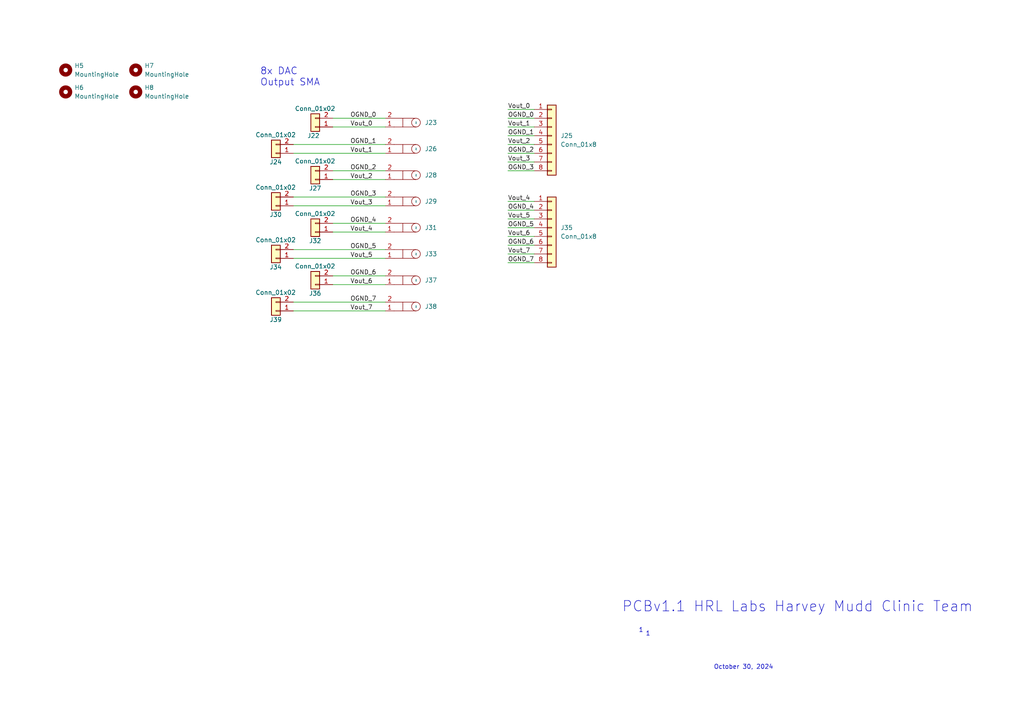
<source format=kicad_sch>
(kicad_sch (version 20231120) (generator "eeschema") (generator_version "8.0")
  (paper "A4")
  (lib_symbols
    (symbol "Connector_Generic:Conn_01x02" (pin_names (offset 1.016) hide)
      (property "Reference" "J" (at 0 2.54 0))
      (property "Value" "Conn_01x02" (at 0 -5.08 0))
      (symbol "Conn_01x02_1_1"
        (rectangle (start -1.27 -2.413) (end 0 -2.667) (stroke (width 0.1524)))
        (rectangle (start -1.27 0.127) (end 0 -0.127) (stroke (width 0.1524)))
        (rectangle (start -1.27 1.27) (end 1.27 -3.81) (stroke (width 0.254)) (fill (type background)))
        (pin passive line (at -5.08 0 0) (length 3.81) (name "Pin_1") (number "1"))
        (pin passive line (at -5.08 -2.54 0) (length 3.81) (name "Pin_2") (number "2"))
      )
    )
    (symbol "Connector_Generic:Conn_01x08" (pin_names (offset 1.016) hide)
      (property "Reference" "J" (at 0 10.16 0))
      (property "Value" "Conn_01x08" (at 0 -12.7 0))
      (symbol "Conn_01x08_1_1"
        (rectangle (start -1.27 -10.033) (end 0 -10.287) (stroke (width 0.1524)))
        (rectangle (start -1.27 -7.493) (end 0 -7.747) (stroke (width 0.1524)))
        (rectangle (start -1.27 -4.953) (end 0 -5.207) (stroke (width 0.1524)))
        (rectangle (start -1.27 -2.413) (end 0 -2.667) (stroke (width 0.1524)))
        (rectangle (start -1.27 0.127) (end 0 -0.127) (stroke (width 0.1524)))
        (rectangle (start -1.27 2.667) (end 0 2.413) (stroke (width 0.1524)))
        (rectangle (start -1.27 5.207) (end 0 4.953) (stroke (width 0.1524)))
        (rectangle (start -1.27 7.747) (end 0 7.493) (stroke (width 0.1524)))
        (rectangle (start -1.27 8.89) (end 1.27 -11.43) (stroke (width 0.254)) (fill (type background)))
        (pin passive line (at -5.08 7.62 0) (length 3.81) (name "Pin_1") (number "1"))
        (pin passive line (at -5.08 5.08 0) (length 3.81) (name "Pin_2") (number "2"))
        (pin passive line (at -5.08 2.54 0) (length 3.81) (name "Pin_3") (number "3"))
        (pin passive line (at -5.08 0 0) (length 3.81) (name "Pin_4") (number "4"))
        (pin passive line (at -5.08 -2.54 0) (length 3.81) (name "Pin_5") (number "5"))
        (pin passive line (at -5.08 -5.08 0) (length 3.81) (name "Pin_6") (number "6"))
        (pin passive line (at -5.08 -7.62 0) (length 3.81) (name "Pin_7") (number "7"))
        (pin passive line (at -5.08 -10.16 0) (length 3.81) (name "Pin_8") (number "8"))
      )
    )
    (symbol "HRL_Custom:SMA_Connector"
      (property "Reference" "J" (at 0 2.54 0))
      (symbol "SMA_Connector_0_1"
        (polyline (pts (xy -1.27 -3.81) (xy -1.27 -6.35) (xy -1.27 -3.81)))
        (polyline (pts (xy 1.27 -6.35) (xy 1.27 -3.81) (xy 1.27 -6.35)))
        (polyline (pts (xy 1.27 0) (xy 1.27 -3.81) (xy -1.27 -3.81) (xy -1.27 0)))
        (circle (center 0 0) (radius 1.27))
      )
      (symbol "SMA_Connector_1_1"
        (pin input line (at 1.27 -8.89 90) (length 2.54) (name "") (number "1"))
        (pin input line (at -1.27 -8.89 90) (length 2.54) (name "") (number "2"))
      )
    )
    (symbol "Mechanical:MountingHole" (pin_names (offset 1.016))
      (property "Reference" "H" (at 0 5.08 0))
      (property "Value" "MountingHole" (at 0 3.175 0))
      (symbol "MountingHole_0_1"
        (circle (center 0 0) (radius 1.27) (stroke (width 1.27)))
      )
    )
    (symbol "SMA_Connector_1"
      (property "Reference" "J" (at 0 2.54 0))
      (symbol "SMA_Connector_1_0_1"
        (polyline (pts (xy -1.27 -3.81) (xy -1.27 -6.35) (xy -1.27 -3.81)))
        (polyline (pts (xy 1.27 -6.35) (xy 1.27 -3.81) (xy 1.27 -6.35)))
        (polyline (pts (xy 1.27 0) (xy 1.27 -3.81) (xy -1.27 -3.81) (xy -1.27 0)))
        (circle (center 0 0) (radius 1.27))
      )
      (symbol "SMA_Connector_1_1_1"
        (pin input line (at 1.27 -8.89 90) (length 2.54) (name "") (number "1"))
        (pin input line (at -1.27 -8.89 90) (length 2.54) (name "") (number "2"))
      )
    )
    (symbol "SMA_Connector_2"
      (property "Reference" "J" (at 0 2.54 0))
      (symbol "SMA_Connector_2_0_1"
        (polyline (pts (xy -1.27 -3.81) (xy -1.27 -6.35) (xy -1.27 -3.81)))
        (polyline (pts (xy 1.27 -6.35) (xy 1.27 -3.81) (xy 1.27 -6.35)))
        (polyline (pts (xy 1.27 0) (xy 1.27 -3.81) (xy -1.27 -3.81) (xy -1.27 0)))
        (circle (center 0 0) (radius 1.27))
      )
      (symbol "SMA_Connector_2_1_1"
        (pin input line (at 1.27 -8.89 90) (length 2.54) (name "") (number "1"))
        (pin input line (at -1.27 -8.89 90) (length 2.54) (name "") (number "2"))
      )
    )
    (symbol "SMA_Connector_3"
      (property "Reference" "J" (at 0 2.54 0))
      (symbol "SMA_Connector_3_0_1"
        (polyline (pts (xy -1.27 -3.81) (xy -1.27 -6.35) (xy -1.27 -3.81)))
        (polyline (pts (xy 1.27 -6.35) (xy 1.27 -3.81) (xy 1.27 -6.35)))
        (polyline (pts (xy 1.27 0) (xy 1.27 -3.81) (xy -1.27 -3.81) (xy -1.27 0)))
        (circle (center 0 0) (radius 1.27))
      )
      (symbol "SMA_Connector_3_1_1"
        (pin input line (at 1.27 -8.89 90) (length 2.54) (name "") (number "1"))
        (pin input line (at -1.27 -8.89 90) (length 2.54) (name "") (number "2"))
      )
    )
    (symbol "SMA_Connector_4"
      (property "Reference" "J" (at 0 2.54 0))
      (symbol "SMA_Connector_4_0_1"
        (polyline (pts (xy -1.27 -3.81) (xy -1.27 -6.35) (xy -1.27 -3.81)))
        (polyline (pts (xy 1.27 -6.35) (xy 1.27 -3.81) (xy 1.27 -6.35)))
        (polyline (pts (xy 1.27 0) (xy 1.27 -3.81) (xy -1.27 -3.81) (xy -1.27 0)))
        (circle (center 0 0) (radius 1.27))
      )
      (symbol "SMA_Connector_4_1_1"
        (pin input line (at 1.27 -8.89 90) (length 2.54) (name "") (number "1"))
        (pin input line (at -1.27 -8.89 90) (length 2.54) (name "") (number "2"))
      )
    )
    (symbol "SMA_Connector_5"
      (property "Reference" "J" (at 0 2.54 0))
      (symbol "SMA_Connector_5_0_1"
        (polyline (pts (xy -1.27 -3.81) (xy -1.27 -6.35) (xy -1.27 -3.81)))
        (polyline (pts (xy 1.27 -6.35) (xy 1.27 -3.81) (xy 1.27 -6.35)))
        (polyline (pts (xy 1.27 0) (xy 1.27 -3.81) (xy -1.27 -3.81) (xy -1.27 0)))
        (circle (center 0 0) (radius 1.27))
      )
      (symbol "SMA_Connector_5_1_1"
        (pin input line (at 1.27 -8.89 90) (length 2.54) (name "") (number "1"))
        (pin input line (at -1.27 -8.89 90) (length 2.54) (name "") (number "2"))
      )
    )
    (symbol "SMA_Connector_6"
      (property "Reference" "J" (at 0 2.54 0))
      (symbol "SMA_Connector_6_0_1"
        (polyline (pts (xy -1.27 -3.81) (xy -1.27 -6.35) (xy -1.27 -3.81)))
        (polyline (pts (xy 1.27 -6.35) (xy 1.27 -3.81) (xy 1.27 -6.35)))
        (polyline (pts (xy 1.27 0) (xy 1.27 -3.81) (xy -1.27 -3.81) (xy -1.27 0)))
        (circle (center 0 0) (radius 1.27))
      )
      (symbol "SMA_Connector_6_1_1"
        (pin input line (at 1.27 -8.89 90) (length 2.54) (name "") (number "1"))
        (pin input line (at -1.27 -8.89 90) (length 2.54) (name "") (number "2"))
      )
    )
    (symbol "SMA_Connector_7"
      (property "Reference" "J" (at 0 2.54 0))
      (symbol "SMA_Connector_7_0_1"
        (polyline (pts (xy -1.27 -3.81) (xy -1.27 -6.35) (xy -1.27 -3.81)))
        (polyline (pts (xy 1.27 -6.35) (xy 1.27 -3.81) (xy 1.27 -6.35)))
        (polyline (pts (xy 1.27 0) (xy 1.27 -3.81) (xy -1.27 -3.81) (xy -1.27 0)))
        (circle (center 0 0) (radius 1.27))
      )
      (symbol "SMA_Connector_7_1_1"
        (pin input line (at 1.27 -8.89 90) (length 2.54) (name "") (number "1"))
        (pin input line (at -1.27 -8.89 90) (length 2.54) (name "") (number "2"))
      )
    )
  )
  (wire (pts (xy 147.32 46.99) (xy 154.94 46.99)))
  (wire (pts (xy 96.52 52.07) (xy 111.76 52.07)))
  (wire (pts (xy 96.52 36.83) (xy 111.76 36.83)))
  (wire (pts (xy 85.09 72.39) (xy 111.76 72.39)))
  (wire (pts (xy 85.09 59.69) (xy 111.76 59.69)))
  (wire (pts (xy 85.09 41.91) (xy 111.76 41.91)))
  (wire (pts (xy 147.32 36.83) (xy 154.94 36.83)))
  (wire (pts (xy 96.52 64.77) (xy 111.76 64.77)))
  (wire (pts (xy 147.32 68.58) (xy 154.94 68.58)))
  (wire (pts (xy 147.32 34.29) (xy 154.94 34.29)))
  (wire (pts (xy 85.09 44.45) (xy 111.76 44.45)))
  (wire (pts (xy 147.32 31.75) (xy 154.94 31.75)))
  (wire (pts (xy 147.32 44.45) (xy 154.94 44.45)))
  (wire (pts (xy 96.52 67.31) (xy 111.76 67.31)))
  (wire (pts (xy 147.32 49.53) (xy 154.94 49.53)))
  (wire (pts (xy 96.52 80.01) (xy 111.76 80.01)))
  (wire (pts (xy 147.32 76.2) (xy 154.94 76.2)))
  (wire (pts (xy 85.09 74.93) (xy 111.76 74.93)))
  (wire (pts (xy 147.32 60.96) (xy 154.94 60.96)))
  (wire (pts (xy 96.52 49.53) (xy 111.76 49.53)))
  (wire (pts (xy 147.32 39.37) (xy 154.94 39.37)))
  (wire (pts (xy 147.32 73.66) (xy 154.94 73.66)))
  (wire (pts (xy 147.32 41.91) (xy 154.94 41.91)))
  (wire (pts (xy 147.32 71.12) (xy 154.94 71.12)))
  (wire (pts (xy 85.09 87.63) (xy 111.76 87.63)))
  (wire (pts (xy 96.52 34.29) (xy 111.76 34.29)))
  (wire (pts (xy 85.09 90.17) (xy 111.76 90.17)))
  (wire (pts (xy 96.52 82.55) (xy 111.76 82.55)))
  (wire (pts (xy 147.32 66.04) (xy 154.94 66.04)))
  (wire (pts (xy 147.32 63.5) (xy 154.94 63.5)))
  (wire (pts (xy 147.32 58.42) (xy 154.94 58.42)))
  (wire (pts (xy 85.09 57.15) (xy 111.76 57.15)))
  (text "PCBv1.1 HRL Labs Harvey Mudd Clinic Team" (at 180.34 177.8 0) (effects (font (size 3 3)) (justify left bottom)))
  (text "8x DAC\nOutput SMA" (at 75.438 25.146 0) (effects (font (size 2 2)) (justify left bottom)))
  (text "1" (at 185.928 182.88 0) (effects (font (size 1.27 1.27))))
  (text "1" (at 187.96 183.896 0) (effects (font (size 1.27 1.27))))
  (text "October 30, 2024" (at 207.01 194.31 0) (effects (font (size 1.27 1.27)) (justify left bottom)))
  (label "OGND_7" (at 101.6 87.63 0))
  (label "Vout_7" (at 101.6 90.17 0))
  (label "OGND_0" (at 101.6 34.29 0))
  (label "Vout_5" (at 147.32 63.5 0))
  (label "OGND_1" (at 147.32 39.37 0))
  (label "Vout_2" (at 147.32 41.91 0))
  (label "Vout_1" (at 101.6 44.45 0))
  (label "OGND_4" (at 101.6 64.77 0))
  (label "Vout_0" (at 147.32 31.75 0))
  (label "OGND_0" (at 147.32 34.29 0))
  (label "Vout_3" (at 101.6 59.69 0))
  (label "Vout_3" (at 147.32 46.99 0))
  (label "OGND_7" (at 147.32 76.2 0))
  (label "Vout_4" (at 101.6 67.31 0))
  (label "OGND_6" (at 101.6 80.01 0))
  (label "OGND_5" (at 147.32 66.04 0))
  (label "Vout_2" (at 101.6 52.07 0))
  (label "OGND_3" (at 101.6 57.15 0))
  (label "Vout_6" (at 147.32 68.58 0))
  (label "Vout_1" (at 147.32 36.83 0))
  (label "Vout_7" (at 147.32 73.66 0))
  (label "Vout_0" (at 101.6 36.83 0))
  (label "OGND_5" (at 101.6 72.39 0))
  (label "Vout_6" (at 101.6 82.55 0))
  (label "OGND_3" (at 147.32 49.53 0))
  (label "OGND_2" (at 147.32 44.45 0))
  (label "OGND_4" (at 147.32 60.96 0))
  (label "Vout_4" (at 147.32 58.42 0))
  (label "OGND_6" (at 147.32 71.12 0))
  (label "Vout_5" (at 101.6 74.93 0))
  (label "OGND_2" (at 101.6 49.53 0))
  (label "OGND_1" (at 101.6 41.91 0))
  (symbol (lib_name "SMA_Connector_3") (lib_id "HRL_Custom:SMA_Connector") (at 120.65 50.8 270) (unit 1)
    (property "Reference" "J28" (at 123.19 50.8 90) (effects (justify left)))
    (property "Value" "~" (at 120.65 50.8 0))
    (property "Footprint" "Connector_Coaxial:SMA_Amphenol_132134-16_Vertical" (effects (hide yes)))
    (property "JLCPCB Part #" "C496549" (effects (hide yes)))
  )
  (symbol (lib_id "Connector_Generic:Conn_01x08") (at 160.02 39.37 0) (unit 1)
    (property "Reference" "J25" (at 162.56 39.3699 0) (effects (justify left)))
    (property "Value" "Conn_01x8" (at 162.56 41.9099 0) (effects (justify left)))
    (property "Footprint" "Connector_PinHeader_2.54mm:PinHeader_1x08_P2.54mm_Vertical" (effects (hide yes)))
    (property "Description" "Generic connector, single row, 01x08, script generated (kicad-library-utils/schlib/autogen/connector/)" (effects (hide yes)))
    (property "JLCPCB Part #" "C2829996" (effects (hide yes)))
    (property "JLCPCB Rotation Offset" "-90" (effects (hide yes)))
  )
  (symbol (lib_id "Connector_Generic:Conn_01x02") (at 80.01 44.45 180) (unit 1)
    (property "Reference" "J24" (at 81.788 46.99 0) (effects (justify left)))
    (property "Value" "Conn_01x02" (at 85.852 39.116 0) (effects (justify left)))
    (property "Footprint" "Connector_PinSocket_2.54mm:PinSocket_1x02_P2.54mm_Vertical" (effects (hide yes)))
    (property "JLCPCB Part #" "C49661" (effects (hide yes)))
    (property "JLCPCB Rotation Offset" "-90" (effects (hide yes)))
  )
  (symbol (lib_id "Connector_Generic:Conn_01x02") (at 80.01 90.17 180) (unit 1)
    (property "Reference" "J39" (at 81.788 92.71 0) (effects (justify left)))
    (property "Value" "Conn_01x02" (at 85.852 84.836 0) (effects (justify left)))
    (property "Footprint" "Connector_PinSocket_2.54mm:PinSocket_1x02_P2.54mm_Vertical" (effects (hide yes)))
    (property "JLCPCB Part #" "C49661" (effects (hide yes)))
    (property "JLCPCB Rotation Offset" "-90" (effects (hide yes)))
  )
  (symbol (lib_id "Connector_Generic:Conn_01x02") (at 91.44 36.83 180) (unit 1)
    (property "Reference" "J22" (at 92.71 39.37 0) (effects (justify left)))
    (property "Value" "Conn_01x02" (at 97.282 31.496 0) (effects (justify left)))
    (property "Footprint" "Connector_PinSocket_2.54mm:PinSocket_1x02_P2.54mm_Vertical" (effects (hide yes)))
    (property "JLCPCB Part #" "C49661" (effects (hide yes)))
    (property "JLCPCB Rotation Offset" "-90" (effects (hide yes)))
  )
  (symbol (lib_name "SMA_Connector_2") (lib_id "HRL_Custom:SMA_Connector") (at 120.65 43.18 270) (unit 1)
    (property "Reference" "J26" (at 123.19 43.18 90) (effects (justify left)))
    (property "Value" "~" (at 120.65 43.18 0))
    (property "Footprint" "Connector_Coaxial:SMA_Amphenol_132134-16_Vertical" (effects (hide yes)))
    (property "JLCPCB Part #" "C496549" (effects (hide yes)))
  )
  (symbol (lib_id "Mechanical:MountingHole") (at 39.37 20.32 0) (unit 1) (in_bom no)
    (property "Reference" "H7" (at 41.91 19.05 0) (effects (justify left)))
    (property "Value" "MountingHole" (at 41.91 21.59 0) (effects (justify left)))
    (property "Footprint" "MountingHole:MountingHole_3.2mm_M3" (effects (hide yes)))
  )
  (symbol (lib_id "HRL_Custom:SMA_Connector") (at 120.65 88.9 270) (unit 1)
    (property "Reference" "J38" (at 123.19 88.9 90) (effects (justify left)))
    (property "Value" "~" (at 120.65 88.9 0))
    (property "Footprint" "Connector_Coaxial:SMA_Amphenol_132134-16_Vertical" (effects (hide yes)))
    (property "JLCPCB Part #" "C496549" (effects (hide yes)))
  )
  (symbol (lib_id "Connector_Generic:Conn_01x02") (at 91.44 82.55 180) (unit 1)
    (property "Reference" "J36" (at 93.218 85.09 0) (effects (justify left)))
    (property "Value" "Conn_01x02" (at 97.282 77.216 0) (effects (justify left)))
    (property "Footprint" "Connector_PinSocket_2.54mm:PinSocket_1x02_P2.54mm_Vertical" (effects (hide yes)))
    (property "JLCPCB Part #" "C49661" (effects (hide yes)))
    (property "JLCPCB Rotation Offset" "-90" (effects (hide yes)))
  )
  (symbol (lib_id "Connector_Generic:Conn_01x02") (at 80.01 74.93 180) (unit 1)
    (property "Reference" "J34" (at 81.788 77.47 0) (effects (justify left)))
    (property "Value" "Conn_01x02" (at 85.852 69.596 0) (effects (justify left)))
    (property "Footprint" "Connector_PinSocket_2.54mm:PinSocket_1x02_P2.54mm_Vertical" (effects (hide yes)))
    (property "JLCPCB Part #" "C49661" (effects (hide yes)))
    (property "JLCPCB Rotation Offset" "-90" (effects (hide yes)))
  )
  (symbol (lib_id "Mechanical:MountingHole") (at 39.37 26.67 0) (unit 1) (in_bom no)
    (property "Reference" "H8" (at 41.91 25.4 0) (effects (justify left)))
    (property "Value" "MountingHole" (at 41.91 27.94 0) (effects (justify left)))
    (property "Footprint" "MountingHole:MountingHole_3.2mm_M3" (effects (hide yes)))
  )
  (symbol (lib_id "Connector_Generic:Conn_01x02") (at 91.44 67.31 180) (unit 1)
    (property "Reference" "J32" (at 93.218 69.85 0) (effects (justify left)))
    (property "Value" "Conn_01x02" (at 97.282 61.976 0) (effects (justify left)))
    (property "Footprint" "Connector_PinSocket_2.54mm:PinSocket_1x02_P2.54mm_Vertical" (effects (hide yes)))
    (property "JLCPCB Part #" "C49661" (effects (hide yes)))
    (property "JLCPCB Rotation Offset" "-90" (effects (hide yes)))
  )
  (symbol (lib_name "SMA_Connector_7") (lib_id "HRL_Custom:SMA_Connector") (at 120.65 81.28 270) (unit 1)
    (property "Reference" "J37" (at 123.19 81.28 90) (effects (justify left)))
    (property "Value" "~" (at 120.65 81.28 0))
    (property "Footprint" "Connector_Coaxial:SMA_Amphenol_132134-16_Vertical" (effects (hide yes)))
    (property "JLCPCB Part #" "C496549" (effects (hide yes)))
  )
  (symbol (lib_id "Connector_Generic:Conn_01x02") (at 80.01 59.69 180) (unit 1)
    (property "Reference" "J30" (at 81.788 62.23 0) (effects (justify left)))
    (property "Value" "Conn_01x02" (at 85.852 54.356 0) (effects (justify left)))
    (property "Footprint" "Connector_PinSocket_2.54mm:PinSocket_1x02_P2.54mm_Vertical" (effects (hide yes)))
    (property "JLCPCB Part #" "C49661" (effects (hide yes)))
    (property "JLCPCB Rotation Offset" "-90" (effects (hide yes)))
  )
  (symbol (lib_id "Mechanical:MountingHole") (at 19.05 20.32 0) (unit 1) (in_bom no)
    (property "Reference" "H5" (at 21.59 19.05 0) (effects (justify left)))
    (property "Value" "MountingHole" (at 21.59 21.59 0) (effects (justify left)))
    (property "Footprint" "MountingHole:MountingHole_3.2mm_M3" (effects (hide yes)))
  )
  (symbol (lib_id "Connector_Generic:Conn_01x08") (at 160.02 66.04 0) (unit 1)
    (property "Reference" "J35" (at 162.56 66.0399 0) (effects (justify left)))
    (property "Value" "Conn_01x8" (at 162.56 68.5799 0) (effects (justify left)))
    (property "Footprint" "Connector_PinHeader_2.54mm:PinHeader_1x08_P2.54mm_Vertical" (effects (hide yes)))
    (property "Description" "Generic connector, single row, 01x08, script generated (kicad-library-utils/schlib/autogen/connector/)" (effects (hide yes)))
    (property "JLCPCB Part #" "C2829996" (effects (hide yes)))
    (property "JLCPCB Rotation Offset" "-90" (effects (hide yes)))
  )
  (symbol (lib_name "SMA_Connector_1") (lib_id "HRL_Custom:SMA_Connector") (at 120.65 35.56 270) (unit 1)
    (property "Reference" "J23" (at 123.19 35.56 90) (effects (justify left)))
    (property "Value" "~" (at 120.65 35.56 0))
    (property "Footprint" "Connector_Coaxial:SMA_Amphenol_132134-16_Vertical" (effects (hide yes)))
    (property "JLCPCB Part #" "C496549" (effects (hide yes)))
  )
  (symbol (lib_id "Connector_Generic:Conn_01x02") (at 91.44 52.07 180) (unit 1)
    (property "Reference" "J27" (at 93.218 54.61 0) (effects (justify left)))
    (property "Value" "Conn_01x02" (at 97.282 46.736 0) (effects (justify left)))
    (property "Footprint" "Connector_PinSocket_2.54mm:PinSocket_1x02_P2.54mm_Vertical" (effects (hide yes)))
    (property "JLCPCB Part #" "C49661" (effects (hide yes)))
    (property "JLCPCB Rotation Offset" "-90" (effects (hide yes)))
  )
  (symbol (lib_name "SMA_Connector_5") (lib_id "HRL_Custom:SMA_Connector") (at 120.65 66.04 270) (unit 1)
    (property "Reference" "J31" (at 123.19 66.04 90) (effects (justify left)))
    (property "Value" "~" (at 120.65 66.04 0))
    (property "Footprint" "Connector_Coaxial:SMA_Amphenol_132134-16_Vertical" (effects (hide yes)))
    (property "JLCPCB Part #" "C496549" (effects (hide yes)))
  )
  (symbol (lib_name "SMA_Connector_6") (lib_id "HRL_Custom:SMA_Connector") (at 120.65 73.66 270) (unit 1)
    (property "Reference" "J33" (at 123.19 73.66 90) (effects (justify left)))
    (property "Value" "~" (at 120.65 73.66 0))
    (property "Footprint" "Connector_Coaxial:SMA_Amphenol_132134-16_Vertical" (effects (hide yes)))
    (property "JLCPCB Part #" "C496549" (effects (hide yes)))
  )
  (symbol (lib_name "SMA_Connector_4") (lib_id "HRL_Custom:SMA_Connector") (at 120.65 58.42 270) (unit 1)
    (property "Reference" "J29" (at 123.19 58.42 90) (effects (justify left)))
    (property "Value" "~" (at 120.65 58.42 0))
    (property "Footprint" "Connector_Coaxial:SMA_Amphenol_132134-16_Vertical" (effects (hide yes)))
    (property "JLCPCB Part #" "C496549" (effects (hide yes)))
  )
  (symbol (lib_id "Mechanical:MountingHole") (at 19.05 26.67 0) (unit 1) (in_bom no)
    (property "Reference" "H6" (at 21.59 25.4 0) (effects (justify left)))
    (property "Value" "MountingHole" (at 21.59 27.94 0) (effects (justify left)))
    (property "Footprint" "MountingHole:MountingHole_3.2mm_M3" (effects (hide yes)))
  )
)
</source>
